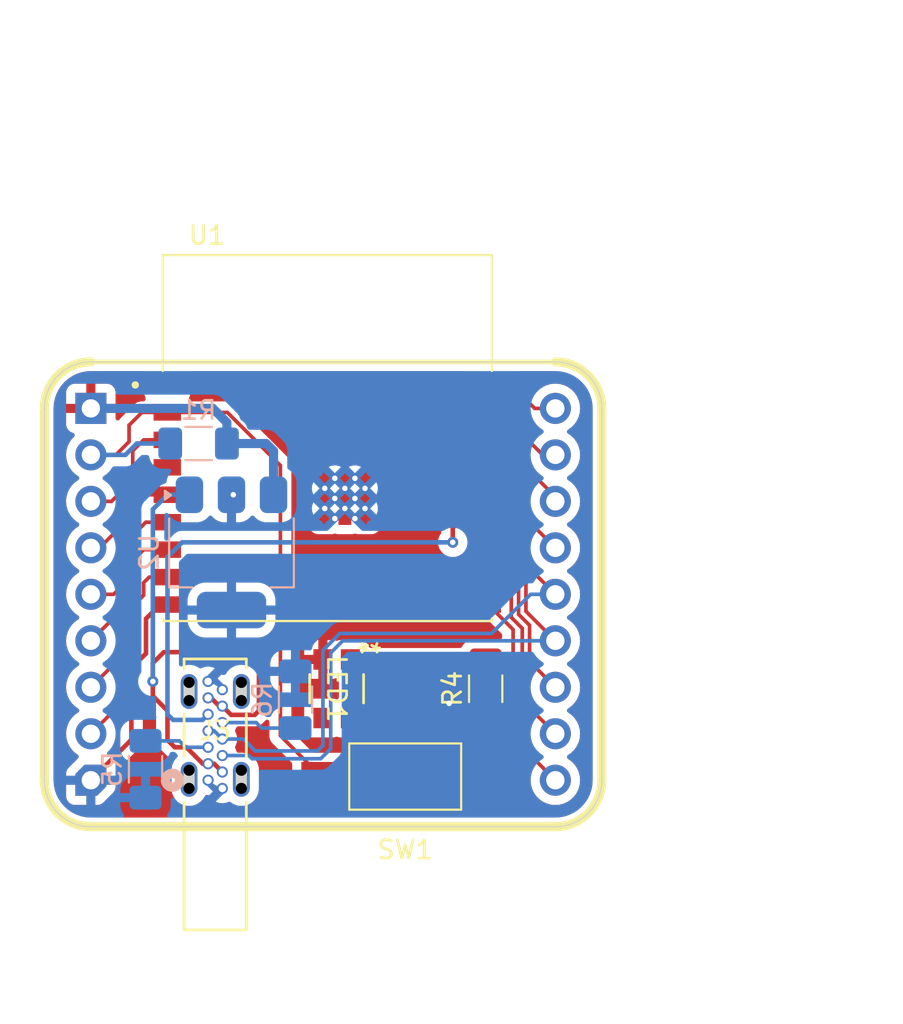
<source format=kicad_pcb>
(kicad_pcb (version 20240108) (generator "pcbnew") (generator_version "8.0")
  (layers (0 "F.Cu" signal) (1 "In1.Cu" signal "Layer 3") (2 "In2.Cu" mixed "Layer 4") (31 "B.Cu" signal) (34 "B.Paste" user) (35 "F.Paste" user) (36 "B.SilkS" user "B.Silkscreen") (37 "F.SilkS" user "F.Silkscreen") (38 "B.Mask" user) (39 "F.Mask" user) (44 "Edge.Cuts" user))
  (net 0 "")
  (net 1 "GPIO3")
  (net 2 "GND")
  (net 3 "GPIO2")
  (net 4 "GPIO1")
  (net 5 "GPIO0")
  (net 6 "GPIO4")
  (net 7 "VBUS")
  (net 8 "GPIO7")
  (net 9 "USB_D+")
  (net 10 "UART-RX")
  (net 11 "USB_D-")
  (net 12 "GPIO5")
  (net 13 "GPIO8")
  (net 14 "UART-TX")
  (net 15 "GPIO10")
  (net 16 "EN")
  (net 17 "GPIO9")
  (net 18 "3V3")
  (net 19 "GPIO6")
  (net 21 "Net-(LED1-GND-Pad1)")
  (net 22 "Net-(J3-CC2)")
  (net 23 "Net-(J3-CC1)")
  (footprint "Alexander Footprint Library:ESP32-C3-WROOM-02-H4" (layer "F.Cu") (at 156.94 61.1)
    (property "Reference" "U1" (at -6.575 -11.085 0) (layer "F.SilkS"))
    (property "Value" "ESP32-C3-WROOM-02-N4")
    (fp_line (start -9 -10) (end -9 -3.67) (stroke (width 0.127)) (layer "F.SilkS"))
    (fp_line (start -9 10) (end -9 9.87) (stroke (width 0.127)) (layer "F.SilkS"))
    (fp_line (start -9 10) (end 9 10) (stroke (width 0.127)) (layer "F.SilkS"))
    (fp_line (start 9 -10) (end -9 -10) (stroke (width 0.127)) (layer "F.SilkS"))
    (fp_line (start 9 -3.67) (end 9 -10) (stroke (width 0.127)) (layer "F.SilkS"))
    (fp_line (start 9 10) (end 9 9.87) (stroke (width 0.127)) (layer "F.SilkS"))
    (fp_circle (center -10.5 -2.9) (end -10.4 -2.9) (stroke (width 0.2)) (fill none) (layer "F.SilkS"))
    (pad "1" smd rect (at -8.75 -2.9) (size 1.5 0.9) (layers "F.Cu" "F.Paste" "F.Mask") (net 18 "3V3"))
    (pad "2" smd rect (at -8.75 -1.4) (size 1.5 0.9) (layers "F.Cu" "F.Paste" "F.Mask") (net 16 "EN"))
    (pad "3" smd rect (at -8.75 0.1) (size 1.5 0.9) (layers "F.Cu" "F.Paste" "F.Mask") (net 6 "GPIO4"))
    (pad "4" smd rect (at -8.75 1.6) (size 1.5 0.9) (layers "F.Cu" "F.Paste" "F.Mask") (net 12 "GPIO5"))
    (pad "5" smd rect (at -8.75 3.1) (size 1.5 0.9) (layers "F.Cu" "F.Paste" "F.Mask") (net 19 "GPIO6"))
    (pad "6" smd rect (at -8.75 4.6) (size 1.5 0.9) (layers "F.Cu" "F.Paste" "F.Mask") (net 8 "GPIO7"))
    (pad "7" smd rect (at -8.75 6.1) (size 1.5 0.9) (layers "F.Cu" "F.Paste" "F.Mask") (net 13 "GPIO8"))
    (pad "8" smd rect (at -8.75 7.6) (size 1.5 0.9) (layers "F.Cu" "F.Paste" "F.Mask") (net 17 "GPIO9"))
    (pad "9" smd rect (at -8.75 9.1) (size 1.5 0.9) (layers "F.Cu" "F.Paste" "F.Mask") (net 2 "GND"))
    (pad "10" smd rect (at 8.75 9.1) (size 1.5 0.9) (layers "F.Cu" "F.Paste" "F.Mask") (net 15 "GPIO10"))
    (pad "11" smd rect (at 8.75 7.6) (size 1.5 0.9) (layers "F.Cu" "F.Paste" "F.Mask") (net 10 "UART-RX"))
    (pad "12" smd rect (at 8.75 6.1) (size 1.5 0.9) (layers "F.Cu" "F.Paste" "F.Mask") (net 14 "UART-TX"))
    (pad "13" smd rect (at 8.75 4.6) (size 1.5 0.9) (layers "F.Cu" "F.Paste" "F.Mask") (net 11 "USB_D-"))
    (pad "14" smd rect (at 8.75 3.1) (size 1.5 0.9) (layers "F.Cu" "F.Paste" "F.Mask") (net 9 "USB_D+"))
    (pad "15" smd rect (at 8.75 1.6) (size 1.5 0.9) (layers "F.Cu" "F.Paste" "F.Mask") (net 1 "GPIO3"))
    (pad "16" smd rect (at 8.75 0.1) (size 1.5 0.9) (layers "F.Cu" "F.Paste" "F.Mask") (net 3 "GPIO2"))
    (pad "17" smd rect (at 8.75 -1.4) (size 1.5 0.9) (layers "F.Cu" "F.Paste" "F.Mask") (net 4 "GPIO1"))
    (pad "18" smd rect (at 8.75 -2.9) (size 1.5 0.9) (layers "F.Cu" "F.Paste" "F.Mask") (net 5 "GPIO0"))
    (pad "19" smd rect (at -0.14 2.2) (size 0.7 0.7) (layers "F.Cu" "F.Paste" "F.Mask") (net 2 "GND"))
    (pad "20" smd rect (at 0.96 2.2) (size 0.7 0.7) (layers "F.Cu" "F.Paste" "F.Mask") (net 2 "GND"))
    (pad "21" smd rect (at 2.06 2.2) (size 0.7 0.7) (layers "F.Cu" "F.Paste" "F.Mask") (net 2 "GND"))
    (pad "22" smd rect (at -0.14 3.3) (size 0.7 0.7) (layers "F.Cu" "F.Paste" "F.Mask") (net 2 "GND"))
    (pad "23" smd rect (at 0.96 3.3) (size 0.7 0.7) (layers "F.Cu" "F.Paste" "F.Mask") (net 2 "GND"))
    (pad "24" smd rect (at 2.06 3.3) (size 0.7 0.7) (layers "F.Cu" "F.Paste" "F.Mask") (net 2 "GND"))
    (pad "25" smd rect (at -0.14 4.4) (size 0.7 0.7) (layers "F.Cu" "F.Paste" "F.Mask") (net 2 "GND"))
    (pad "26" smd rect (at 0.96 4.4) (size 0.7 0.7) (layers "F.Cu" "F.Paste" "F.Mask") (net 2 "GND"))
    (pad "27" smd rect (at 2.06 4.4) (size 0.7 0.7) (layers "F.Cu" "F.Paste" "F.Mask") (net 2 "GND"))
    (pad "28" thru_hole circle (at 0.41 2.2) (size 0.4 0.4) (drill 0.3) (layers "*.Cu") (net 2 "GND"))
    (pad "29" thru_hole circle (at 1.51 2.2) (size 0.4 0.4) (drill 0.3) (layers "*.Cu") (net 2 "GND"))
    (pad "30" thru_hole circle (at -0.14 2.75) (size 0.4 0.4) (drill 0.3) (layers "*.Cu") (net 2 "GND"))
    (pad "31" thru_hole circle (at 0.96 2.75) (size 0.4 0.4) (drill 0.3) (layers "*.Cu") (net 2 "GND"))
    (pad "32" thru_hole circle (at 2.06 2.75) (size 0.4 0.4) (drill 0.3) (layers "*.Cu") (net 2 "GND"))
    (pad "33" thru_hole circle (at 0.41 3.3) (size 0.4 0.4) (drill 0.3) (layers "*.Cu") (net 2 "GND"))
    (pad "34" thru_hole circle (at 1.51 3.3) (size 0.4 0.4) (drill 0.3) (layers "*.Cu") (net 2 "GND"))
    (pad "35" thru_hole circle (at -0.14 3.85) (size 0.4 0.4) (drill 0.3) (layers "*.Cu") (net 2 "GND"))
    (pad "36" thru_hole circle (at 0.96 3.85) (size 0.4 0.4) (drill 0.3) (layers "*.Cu") (net 2 "GND"))
    (pad "37" thru_hole circle (at 2.06 3.85) (size 0.4 0.4) (drill 0.3) (layers "*.Cu") (net 2 "GND"))
    (pad "38" thru_hole circle (at 0.41 4.4) (size 0.4 0.4) (drill 0.3) (layers "*.Cu") (net 2 "GND"))
    (pad "39" thru_hole circle (at 1.51 4.4) (size 0.4 0.4) (drill 0.3) (layers "*.Cu") (net 2 "GND"))
    (zone (net 0) (net_name "") (layer "F.Cu") (connect_pads (clearance 0)) (min_thickness 0.01)
      (keepout (tracks not_allowed) (vias not_allowed) (pads not_allowed) (copperpour not_allowed) (footprints allowed))
      (fill (thermal_gap 0.508) (thermal_bridge_width 0.508))
      (polygon (pts (xy 147.94 51.1) (xy 165.94 51.1) (xy 165.94 57.1) (xy 147.94 57.1)))
    )
    (zone (net 0) (net_name "") (layer "B.Cu") (connect_pads (clearance 0)) (min_thickness 0.01)
      (keepout (tracks not_allowed) (vias not_allowed) (pads not_allowed) (copperpour not_allowed) (footprints allowed))
      (fill (thermal_gap 0.508) (thermal_bridge_width 0.508))
      (polygon (pts (xy 147.94 51.1) (xy 165.94 51.1) (xy 165.94 57.1) (xy 147.94 57.1)))
    )
  )
  (footprint "Alexander Footprint Library:B1552_HVK-M" (layer "F.Cu") (at 157.449999 74.8002 -90)
    (property "Reference" "LED1" (at 0 0 -90) (layer "F.SilkS"))
    (property "Value" "LED-RED-GREEN-B1552USUG20D")
    (fp_line (start -0.777373 1.4732) (end 0.777373 1.4732) (stroke (width 0.1524)) (layer "F.SilkS"))
    (fp_line (start -0.777373 -1.4732) (end 0.777373 -1.4732) (stroke (width 0.1524)) (layer "F.SilkS"))
    (fp_text user "*" (at -2.2352 -1.8041 -90) (layer "F.SilkS"))
    (fp_text user "*" (at -2.2352 -1.8041 90) (layer "F.SilkS"))
    (pad "1" smd rect (at -1.6002 -0.750001 270) (size 1.1176 1.0414) (layers "F.Cu" "F.Paste" "F.Mask") (net 21 "Net-(LED1-GND-Pad1)"))
    (pad "2" smd rect (at -1.6002 0.750001 270) (size 1.1176 1.0414) (layers "F.Cu" "F.Paste" "F.Mask") (net 18 "3V3"))
    (pad "3" smd rect (at 1.6002 0.750001 270) (size 1.1176 1.0414) (layers "F.Cu" "F.Paste" "F.Mask"))
    (pad "4" smd rect (at 1.6002 -0.750001 270) (size 1.1176 1.0414) (layers "F.Cu" "F.Paste" "F.Mask") (net 21 "Net-(LED1-GND-Pad1)"))
  )
  (footprint "Alexander Footprint Library:USB-C_KUSBX-SL-CS1N14-B_KYC" (layer "F.Cu") (at 150.419999 79.799999)
    (property "Reference" "J3" (at 0.39 -2.7 0) (layer "F.SilkS"))
    (property "Value" "USB-C_KUSBX-SL-CS1N14-B")
    (fp_circle (center -1.9468 0) (end -1.5658 0) (stroke (width 0.508)) (fill none) (layer "B.SilkS"))
    (fp_line (start -1.3118 -6.627) (end -1.3118 -6.087007) (stroke (width 0.1524)) (layer "F.SilkS"))
    (fp_line (start -1.3118 -3.612992) (end -1.3118 -1.287007) (stroke (width 0.1524)) (layer "F.SilkS"))
    (fp_line (start -1.3118 1.187007) (end -1.3118 8.1812) (stroke (width 0.1524)) (layer "F.SilkS"))
    (fp_line (start -1.3118 8.1812) (end 2.0918 8.1812) (stroke (width 0.1524)) (layer "F.SilkS"))
    (fp_line (start 2.0918 -6.627) (end -1.3118 -6.627) (stroke (width 0.1524)) (layer "F.SilkS"))
    (fp_line (start 2.0918 -6.087007) (end 2.0918 -6.627) (stroke (width 0.1524)) (layer "F.SilkS"))
    (fp_line (start 2.0918 -1.287007) (end 2.0918 -3.612992) (stroke (width 0.1524)) (layer "F.SilkS"))
    (fp_line (start 2.0918 8.1812) (end 2.0918 1.187007) (stroke (width 0.1524)) (layer "F.SilkS"))
    (fp_line (start -1.04 -4.354699) (end -1.04 -5.345299) (stroke (width 0.6096)) (layer "Edge.Cuts"))
    (fp_line (start -1.04 0.4453) (end -1.04 -0.5453) (stroke (width 0.6096)) (layer "Edge.Cuts"))
    (fp_line (start 1.82 -4.354699) (end 1.82 -5.345299) (stroke (width 0.6096)) (layer "Edge.Cuts"))
    (fp_line (start 1.82 0.4453) (end 1.82 -0.5453) (stroke (width 0.6096)) (layer "Edge.Cuts"))
    (pad "" np_thru_hole circle (at -1.04 -5.345299) (size 0.6096 0.6096) (drill 0.6096) (layers))
    (pad "" np_thru_hole circle (at -1.04 -4.354699) (size 0.6096 0.6096) (drill 0.6096) (layers))
    (pad "" np_thru_hole circle (at -1.04 -0.5453) (size 0.6096 0.6096) (drill 0.6096) (layers))
    (pad "" np_thru_hole circle (at -1.04 0.4453) (size 0.6096 0.6096) (drill 0.6096) (layers))
    (pad "" np_thru_hole circle (at 1.82 -5.345299) (size 0.6096 0.6096) (drill 0.6096) (layers))
    (pad "" np_thru_hole circle (at 1.82 -4.354699) (size 0.6096 0.6096) (drill 0.6096) (layers))
    (pad "" np_thru_hole circle (at 1.82 -0.5453) (size 0.6096 0.6096) (drill 0.6096) (layers))
    (pad "" np_thru_hole circle (at 1.82 0.4453) (size 0.6096 0.6096) (drill 0.6096) (layers))
    (pad "A1" thru_hole circle (at 0 0) (size 0.6096 0.6096) (drill 0.4064) (layers "*.Cu" "*.Mask") (net 2 "GND"))
    (pad "A4" thru_hole circle (at 0 -0.900001) (size 0.6096 0.6096) (drill 0.4064) (layers "*.Cu" "*.Mask") (net 7 "VBUS"))
    (pad "A5" thru_hole circle (at 0 -1.799999) (size 0.6096 0.6096) (drill 0.4064) (layers "*.Cu" "*.Mask") (net 23 "Net-(J3-CC1)"))
    (pad "A6" thru_hole circle (at 0 -2.7) (size 0.6096 0.6096) (drill 0.4064) (layers "*.Cu" "*.Mask") (net 9 "USB_D+"))
    (pad "A7" thru_hole circle (at 0 -3.6) (size 0.6096 0.6096) (drill 0.4064) (layers "*.Cu" "*.Mask") (net 11 "USB_D-"))
    (pad "A9" thru_hole circle (at 0 -4.499999) (size 0.6096 0.6096) (drill 0.4064) (layers "*.Cu" "*.Mask") (net 7 "VBUS"))
    (pad "A12" thru_hole circle (at 0 -5.399999) (size 0.6096 0.6096) (drill 0.4064) (layers "*.Cu" "*.Mask") (net 2 "GND"))
    (pad "B1" thru_hole circle (at 0.780001 -4.949999) (size 0.6096 0.6096) (drill 0.4064) (layers "*.Cu" "*.Mask") (net 2 "GND"))
    (pad "B4" thru_hole circle (at 0.780001 -4.049999) (size 0.6096 0.6096) (drill 0.4064) (layers "*.Cu" "*.Mask") (net 7 "VBUS"))
    (pad "B5" thru_hole circle (at 0.780001 -3.149999) (size 0.6096 0.6096) (drill 0.4064) (layers "*.Cu" "*.Mask") (net 22 "Net-(J3-CC2)"))
    (pad "B6" thru_hole circle (at 0.780001 -2.249999) (size 0.6096 0.6096) (drill 0.4064) (layers "*.Cu" "*.Mask") (net 9 "USB_D+"))
    (pad "B7" thru_hole circle (at 0.780001 -1.349999) (size 0.6096 0.6096) (drill 0.4064) (layers "*.Cu" "*.Mask") (net 11 "USB_D-"))
    (pad "B9" thru_hole circle (at 0.780001 -0.449999) (size 0.6096 0.6096) (drill 0.4064) (layers "*.Cu" "*.Mask") (net 7 "VBUS"))
    (pad "B12" thru_hole circle (at 0.780001 0.450001) (size 0.6096 0.6096) (drill 0.4064) (layers "*.Cu" "*.Mask") (net 2 "GND"))
    (pad "S_1" thru_hole oval (at -1.04 -0.05 90) (size 1.905 0.9144) (drill 0.0254) (layers "*.Cu" "*.Mask"))
    (pad "S_2" thru_hole oval (at 1.82 -0.05 90) (size 1.905 0.9144) (drill 0.0254) (layers "*.Cu" "*.Mask"))
    (pad "S_3" thru_hole oval (at -1.04 -4.849999 90) (size 1.905 0.9144) (drill 0.0254) (layers "*.Cu" "*.Mask"))
    (pad "S_4" thru_hole oval (at 1.82 -4.849999 90) (size 1.905 0.9144) (drill 0.0254) (layers "*.Cu" "*.Mask"))
  )
  (footprint "Alexander Footprint Library:SW_SPST_6x3" (layer "F.Cu") (at 161.2 79.6 180)
    (property "Reference" "SW1" (at 0 -4 0) (layer "F.SilkS"))
    (property "Value" "SW_Push")
    (fp_line (start 3.06 1.81) (end -3.06 1.81) (stroke (width 0.12)) (layer "F.SilkS"))
    (fp_line (start 3.06 -1.81) (end 3.06 1.81) (stroke (width 0.12)) (layer "F.SilkS"))
    (fp_line (start -3.06 1.81) (end -3.06 -1.81) (stroke (width 0.12)) (layer "F.SilkS"))
    (fp_line (start -3.06 -1.81) (end 3.06 -1.81) (stroke (width 0.12)) (layer "F.SilkS"))
    (pad "1" smd rect (at -4.59 0 180) (size 2.18 1.6) (layers "F.Cu" "F.Paste" "F.Mask") (net 2 "GND"))
    (pad "2" smd rect (at 4.59 0 180) (size 2.18 1.6) (layers "F.Cu" "F.Paste" "F.Mask") (net 16 "EN"))
  )
  (footprint "Alexander Footprint Library:Conn_ESP32-C3-WROOM-02" (layer "F.Cu") (at 159.25 64.56)
    (property "Reference" "J2" (hide yes))
    (property "Value" "~")
    (fp_line (start -17.78 -5.08) (end -17.78 15.24) (stroke (width 0.5)) (layer "F.SilkS"))
    (fp_line (start -15.24 -7.62) (end 10.16 -7.62) (stroke (width 0.25)) (layer "F.SilkS"))
    (fp_line (start -15.24 17.78) (end 10.16 17.78) (stroke (width 0.5)) (layer "F.SilkS"))
    (fp_line (start 12.7 -5.08) (end 12.7 15.24) (stroke (width 0.5)) (layer "F.SilkS"))
    (fp_arc (start -17.78 -5.08) (mid -17.036051 -6.876051) (end -15.24 -7.62) (stroke (width 0.5)) (layer "F.SilkS"))
    (fp_arc (start -15.24 17.78) (mid -17.036051 17.036051) (end -17.78 15.24) (stroke (width 0.5)) (layer "F.SilkS"))
    (fp_arc (start 10.16 -7.62) (mid 11.956051 -6.876051) (end 12.7 -5.08) (stroke (width 0.5)) (layer "F.SilkS"))
    (fp_arc (start 12.7 15.24) (mid 11.956051 17.036051) (end 10.16 17.78) (stroke (width 0.5)) (layer "F.SilkS"))
    (fp_line (start -17.78 15.24) (end -17.78 -5.08) (stroke (width 0.05)) (layer "Edge.Cuts"))
    (fp_line (start -15.24 -7.62) (end 10.16 -7.62) (stroke (width 0.05)) (layer "Edge.Cuts"))
    (fp_line (start 10.16 17.78) (end -15.24 17.78) (stroke (width 0.05)) (layer "Edge.Cuts"))
    (fp_line (start 12.7 -5.08) (end 12.7 15.24) (stroke (width 0.05)) (layer "Edge.Cuts"))
    (fp_arc (start -17.78 -5.08) (mid -17.036051 -6.876051) (end -15.24 -7.62) (stroke (width 0.05)) (layer "Edge.Cuts"))
    (fp_arc (start -15.24 17.78) (mid -17.036051 17.036051) (end -17.78 15.24) (stroke (width 0.05)) (layer "Edge.Cuts"))
    (fp_arc (start 10.16 -7.62) (mid 11.956051 -6.876051) (end 12.7 -5.08) (stroke (width 0.05)) (layer "Edge.Cuts"))
    (fp_arc (start 12.7 15.24) (mid 11.956051 17.036051) (end 10.16 17.78) (stroke (width 0.05)) (layer "Edge.Cuts"))
    (pad "1" thru_hole rect (at -15.24 -5.08) (size 1.7 1.7) (drill 1) (layers "*.Cu" "*.Mask") (net 18 "3V3"))
    (pad "2" thru_hole circle (at -15.24 -2.54) (size 1.7 1.7) (drill 1) (layers "*.Cu" "*.Mask") (net 16 "EN"))
    (pad "3" thru_hole circle (at -15.24 0) (size 1.7 1.7) (drill 1) (layers "*.Cu" "*.Mask") (net 6 "GPIO4"))
    (pad "4" thru_hole circle (at -15.24 2.54) (size 1.7 1.7) (drill 1) (layers "*.Cu" "*.Mask") (net 12 "GPIO5"))
    (pad "5" thru_hole circle (at -15.24 5.08) (size 1.7 1.7) (drill 1) (layers "*.Cu" "*.Mask") (net 19 "GPIO6"))
    (pad "6" thru_hole circle (at -15.24 7.62) (size 1.7 1.7) (drill 1) (layers "*.Cu" "*.Mask") (net 8 "GPIO7"))
    (pad "7" thru_hole circle (at -15.24 10.16) (size 1.7 1.7) (drill 1) (layers "*.Cu" "*.Mask") (net 13 "GPIO8"))
    (pad "8" thru_hole circle (at -15.24 12.7) (size 1.7 1.7) (drill 1) (layers "*.Cu" "*.Mask") (net 17 "GPIO9"))
    (pad "9" thru_hole roundrect (at -15.24 15.24) (size 1.7 1.7) (drill 1) (layers "*.Cu" "*.Mask") (roundrect_rratio 0) (chamfer_ratio 0.3) (chamfer top_left bottom_right) (net 2 "GND"))
    (pad "10" thru_hole circle (at 10.16 15.24) (size 1.7 1.7) (drill 1) (layers "*.Cu" "*.Mask") (net 15 "GPIO10"))
    (pad "11" thru_hole circle (at 10.16 12.7) (size 1.7 1.7) (drill 1) (layers "*.Cu" "*.Mask") (net 10 "UART-RX"))
    (pad "12" thru_hole circle (at 10.16 10.16) (size 1.7 1.7) (drill 1) (layers "*.Cu" "*.Mask") (net 14 "UART-TX"))
    (pad "13" thru_hole circle (at 10.16 7.62) (size 1.7 1.7) (drill 1) (layers "*.Cu" "*.Mask") (net 11 "USB_D-"))
    (pad "14" thru_hole circle (at 10.16 5.08) (size 1.7 1.7) (drill 1) (layers "*.Cu" "*.Mask") (net 9 "USB_D+"))
    (pad "15" thru_hole circle (at 10.16 2.54) (size 1.7 1.7) (drill 1) (layers "*.Cu" "*.Mask") (net 1 "GPIO3"))
    (pad "16" thru_hole circle (at 10.16 0) (size 1.7 1.7) (drill 1) (layers "*.Cu" "*.Mask") (net 3 "GPIO2"))
    (pad "17" thru_hole circle (at 10.16 -2.54) (size 1.7 1.7) (drill 1) (layers "*.Cu" "*.Mask") (net 4 "GPIO1"))
    (pad "18" thru_hole circle (at 10.16 -5.08) (size 1.7 1.7) (drill 1) (layers "*.Cu" "*.Mask") (net 5 "GPIO0"))
  )
  (footprint "Resistor_SMD:R_1206_3216Metric_Pad1.30x1.75mm_HandSolder" (layer "F.Cu") (at 165.6 74.8 90)
    (property "Reference" "R4" (at 0 -1.82 90) (layer "F.SilkS"))
    (property "Value" "5k1")
    (fp_line (start -0.727064 -0.91) (end 0.727064 -0.91) (stroke (width 0.12)) (layer "F.SilkS"))
    (fp_line (start -0.727064 0.91) (end 0.727064 0.91) (stroke (width 0.12)) (layer "F.SilkS"))
    (pad "1" smd roundrect (at -1.55 0 90) (size 1.3 1.75) (layers "F.Cu" "F.Paste" "F.Mask") (roundrect_rratio 0.192308) (net 2 "GND"))
    (pad "2" smd roundrect (at 1.55 0 90) (size 1.3 1.75) (layers "F.Cu" "F.Paste" "F.Mask") (roundrect_rratio 0.192308) (net 21 "Net-(LED1-GND-Pad1)"))
  )
  (footprint "Package_TO_SOT_SMD:SOT-223-3_TabPin2" (layer "B.Cu") (at 151.7 67.35 -90)
    (property "Reference" "U2" (at 0 4.5 90) (layer "B.SilkS") (effects (justify mirror)))
    (property "Value" "AMS1117-3V3")
    (fp_line (start 1.91 3.41) (end -1.85 3.41) (stroke (width 0.12)) (layer "B.SilkS"))
    (fp_line (start 1.91 2.15) (end 1.91 3.41) (stroke (width 0.12)) (layer "B.SilkS"))
    (fp_line (start 1.91 -2.15) (end 1.91 -3.41) (stroke (width 0.12)) (layer "B.SilkS"))
    (fp_line (start 1.91 -3.41) (end -1.85 -3.41) (stroke (width 0.12)) (layer "B.SilkS"))
    (fp_poly (pts (xy -3.13 3.31) (xy -3.37 3.64) (xy -2.89 3.64) (xy -3.13 3.31)) (stroke (width 0.12)) (fill solid) (layer "B.SilkS"))
    (pad "1" smd roundrect (at -3.15 2.3 270) (size 2 1.5) (layers "B.Cu" "B.Paste" "B.Mask") (net 7 "VBUS"))
    (pad "2" smd roundrect (at -3.15 0 270) (size 2 1.5) (layers "B.Cu" "B.Paste" "B.Mask") (net 2 "GND"))
    (pad "2" smd roundrect (at 3.15 0 270) (size 2 3.8) (layers "B.Cu" "B.Paste" "B.Mask") (net 2 "GND"))
    (pad "3" smd roundrect (at -3.15 -2.3 270) (size 2 1.5) (layers "B.Cu" "B.Paste" "B.Mask") (net 18 "3V3"))
  )
  (footprint "Resistor_SMD:R_1206_3216Metric_Pad1.30x1.75mm_HandSolder" (layer "B.Cu") (at 149.9 61.4 180)
    (property "Reference" "R1" (at 0 1.82 0) (layer "B.SilkS") (effects (justify mirror)))
    (property "Value" "10k")
    (fp_line (start 0.727064 0.91) (end -0.727064 0.91) (stroke (width 0.12)) (layer "B.SilkS"))
    (fp_line (start 0.727064 -0.91) (end -0.727064 -0.91) (stroke (width 0.12)) (layer "B.SilkS"))
    (pad "1" smd roundrect (at -1.55 0 180) (size 1.3 1.75) (layers "B.Cu" "B.Paste" "B.Mask") (roundrect_rratio 0.192308) (net 18 "3V3"))
    (pad "2" smd roundrect (at 1.55 0 180) (size 1.3 1.75) (layers "B.Cu" "B.Paste" "B.Mask") (roundrect_rratio 0.192308) (net 16 "EN"))
  )
  (footprint "Resistor_SMD:R_1206_3216Metric_Pad1.30x1.75mm_HandSolder" (layer "B.Cu") (at 147 79.2 -90)
    (property "Reference" "R5" (at 0 1.82 90) (layer "B.SilkS") (effects (justify mirror)))
    (property "Value" "5k1")
    (fp_line (start 0.727064 0.91) (end -0.727064 0.91) (stroke (width 0.12)) (layer "B.SilkS"))
    (fp_line (start 0.727064 -0.91) (end -0.727064 -0.91) (stroke (width 0.12)) (layer "B.SilkS"))
    (pad "1" smd roundrect (at -1.55 0 270) (size 1.3 1.75) (layers "B.Cu" "B.Paste" "B.Mask") (roundrect_rratio 0.192308) (net 23 "Net-(J3-CC1)"))
    (pad "2" smd roundrect (at 1.55 0 270) (size 1.3 1.75) (layers "B.Cu" "B.Paste" "B.Mask") (roundrect_rratio 0.192308) (net 2 "GND"))
  )
  (footprint "Resistor_SMD:R_1206_3216Metric_Pad1.30x1.75mm_HandSolder" (layer "B.Cu") (at 155.2 75.4 -90)
    (property "Reference" "R6" (at 0 1.82 90) (layer "B.SilkS") (effects (justify mirror)))
    (property "Value" "5k1")
    (fp_line (start 0.727064 0.91) (end -0.727064 0.91) (stroke (width 0.12)) (layer "B.SilkS"))
    (fp_line (start 0.727064 -0.91) (end -0.727064 -0.91) (stroke (width 0.12)) (layer "B.SilkS"))
    (pad "1" smd roundrect (at -1.55 0 270) (size 1.3 1.75) (layers "B.Cu" "B.Paste" "B.Mask") (roundrect_rratio 0.192308) (net 2 "GND"))
    (pad "2" smd roundrect (at 1.55 0 270) (size 1.3 1.75) (layers "B.Cu" "B.Paste" "B.Mask") (roundrect_rratio 0.192308) (net 22 "Net-(J3-CC2)"))
  )
  (segment (start 167.2 62.7) (end 167.8 63.3) (width 0.2) (layer "F.Cu") (net 1))
  (segment (start 165.69 62.7) (end 167.2 62.7) (width 0.2) (layer "F.Cu") (net 1))
  (segment (start 167.8 63.3) (end 167.8 65.49) (width 0.2) (layer "F.Cu") (net 1))
  (segment (start 167.8 65.49) (end 169.41 67.1) (width 0.2) (layer "F.Cu") (net 1))
  (segment (start 147.025 70.975) (end 147.025 72.871726) (width 0.25) (layer "F.Cu") (net 2))
  (segment (start 165.79 79.6) (end 165.79 76.54) (width 0.25) (layer "F.Cu") (net 2))
  (segment (start 148.19 70.2) (end 147.8 70.2) (width 0.25) (layer "F.Cu") (net 2))
  (segment (start 147.025 72.871726) (end 146.225 73.671726) (width 0.25) (layer "F.Cu") (net 2))
  (segment (start 165.55 79.36) (end 165.79 79.6) (width 0.25) (layer "F.Cu") (net 2))
  (segment (start 146.225 77.585) (end 144.01 79.8) (width 0.25) (layer "F.Cu") (net 2))
  (segment (start 165.79 76.54) (end 165.6 76.35) (width 0.25) (layer "F.Cu") (net 2))
  (segment (start 147.8 70.2) (end 147.025 70.975) (width 0.25) (layer "F.Cu") (net 2))
  (segment (start 164.35 76.35) (end 163.6 75.6) (width 0.25) (layer "F.Cu") (net 2))
  (segment (start 165.6 76.35) (end 164.35 76.35) (width 0.25) (layer "F.Cu") (net 2))
  (segment (start 146.225 73.671726) (end 146.225 77.585) (width 0.25) (layer "F.Cu") (net 2))
  (via (at 163.6 75.6) (size 0.6) (drill 0.3) (layers "F.Cu" "B.Cu") (net 2))
  (via (at 151.8 64.2) (size 0.6) (drill 0.3) (layers "F.Cu" "B.Cu") (net 2))
  (segment (start 151.7 64.2) (end 151.8 64.2) (width 0.5) (layer "B.Cu") (net 2))
  (segment (start 150.87 80.25) (end 151.2 80.25) (width 0.25) (layer "B.Cu") (net 2))
  (segment (start 165.69 61.2) (end 166.3 61.2) (width 0.2) (layer "F.Cu") (net 3))
  (segment (start 166.3 61.2) (end 169.41 64.31) (width 0.2) (layer "F.Cu") (net 3))
  (segment (start 169.41 64.31) (end 169.41 64.56) (width 0.2) (layer "F.Cu") (net 3))
  (segment (start 165.69 59.7) (end 166.4 59.7) (width 0.2) (layer "F.Cu") (net 4))
  (segment (start 166.4 59.7) (end 168.72 62.02) (width 0.2) (layer "F.Cu") (net 4))
  (segment (start 168.72 62.02) (end 169.41 62.02) (width 0.2) (layer "F.Cu") (net 4))
  (segment (start 168.28 59.48) (end 167 58.2) (width 0.2) (layer "F.Cu") (net 5))
  (segment (start 167 58.2) (end 165.69 58.2) (width 0.2) (layer "F.Cu") (net 5))
  (segment (start 169.41 59.48) (end 168.28 59.48) (width 0.2) (layer "F.Cu") (net 5))
  (segment (start 148.19 61.2) (end 146.9 61.2) (width 0.2) (layer "F.Cu") (net 6))
  (segment (start 146.9 61.2) (end 146.3 61.8) (width 0.2) (layer "F.Cu") (net 6))
  (segment (start 146.3 63.4) (end 145.14 64.56) (width 0.2) (layer "F.Cu") (net 6))
  (segment (start 146.3 61.8) (end 146.3 63.4) (width 0.2) (layer "F.Cu") (net 6))
  (segment (start 145.14 64.56) (end 144.01 64.56) (width 0.2) (layer "F.Cu") (net 6))
  (segment (start 150.582551 75.3) (end 151.032551 75.75) (width 0.25) (layer "F.Cu") (net 7))
  (segment (start 147.4 75.2) (end 148.2 76) (width 0.25) (layer "F.Cu") (net 7))
  (segment (start 151.6775 76.2275) (end 151.2 75.75) (width 0.25) (layer "F.Cu") (net 7))
  (segment (start 152.8 72.8) (end 153.2 73.2) (width 0.25) (layer "F.Cu") (net 7))
  (segment (start 153.2 73.2) (end 153.2 76) (width 0.25) (layer "F.Cu") (net 7))
  (segment (start 150.749998 78.899998) (end 150.419999 78.899998) (width 0.25) (layer "F.Cu") (net 7))
  (segment (start 148 72.8) (end 152.8 72.8) (width 0.25) (layer "F.Cu") (net 7))
  (segment (start 152.9725 76.2275) (end 151.6775 76.2275) (width 0.25) (layer "F.Cu") (net 7))
  (segment (start 148.2 76) (end 148.2 77.6) (width 0.25) (layer "F.Cu") (net 7))
  (segment (start 153.2 76) (end 152.9725 76.2275) (width 0.25) (layer "F.Cu") (net 7))
  (segment (start 151.032551 75.75) (end 151.2 75.75) (width 0.25) (layer "F.Cu") (net 7))
  (segment (start 147.4 74.4) (end 147.4 73.4) (width 0.25) (layer "F.Cu") (net 7))
  (segment (start 149.231498 78) (end 150.131496 78.899998) (width 0.25) (layer "F.Cu") (net 7))
  (segment (start 148.2 77.6) (end 148.6 78) (width 0.25) (layer "F.Cu") (net 7))
  (segment (start 150.131496 78.899998) (end 150.429325 78.899998) (width 0.25) (layer "F.Cu") (net 7))
  (segment (start 147.4 73.4) (end 148 72.8) (width 0.25) (layer "F.Cu") (net 7))
  (segment (start 150.749998 78.899998) (end 151.2 79.35) (width 0.25) (layer "F.Cu") (net 7))
  (segment (start 147.4 74.4) (end 147.4 75.2) (width 0.25) (layer "F.Cu") (net 7))
  (segment (start 148.6 78) (end 149.231498 78) (width 0.25) (layer "F.Cu") (net 7))
  (segment (start 150.419999 78.899998) (end 150.6 78.899998) (width 0.25) (layer "F.Cu") (net 7))
  (via (at 147.4 74.4) (size 0.6) (drill 0.3) (layers "F.Cu" "B.Cu") (net 7))
  (segment (start 148.2 64.2) (end 149.4 64.2) (width 0.25) (layer "B.Cu") (net 7))
  (segment (start 147.4 65) (end 148.2 64.2) (width 0.25) (layer "B.Cu") (net 7))
  (segment (start 147.4 74.4) (end 147.4 65) (width 0.25) (layer "B.Cu") (net 7))
  (segment (start 148.19 65.7) (end 147.015686 65.7) (width 0.2) (layer "F.Cu") (net 8))
  (segment (start 146.1 66.615686) (end 146.1 69.358628) (width 0.2) (layer "F.Cu") (net 8))
  (segment (start 146.1 69.358628) (end 145.8 69.658628) (width 0.2) (layer "F.Cu") (net 8))
  (segment (start 145.8 69.658628) (end 145.8 70.39) (width 0.2) (layer "F.Cu") (net 8))
  (segment (start 147.015686 65.7) (end 146.1 66.615686) (width 0.2) (layer "F.Cu") (net 8))
  (segment (start 145.8 70.39) (end 144.01 72.18) (width 0.2) (layer "F.Cu") (net 8))
  (segment (start 167.8 66.055686) (end 167.8 68.03) (width 0.2) (layer "F.Cu") (net 9))
  (segment (start 165.69 64.2) (end 167.1 64.2) (width 0.2) (layer "F.Cu") (net 9))
  (segment (start 167.8 68.03) (end 169.41 69.64) (width 0.2) (layer "F.Cu") (net 9))
  (segment (start 167.4 64.5) (end 167.4 65.655686) (width 0.2) (layer "F.Cu") (net 9))
  (segment (start 167.1 64.2) (end 167.4 64.5) (width 0.2) (layer "F.Cu") (net 9))
  (segment (start 167.4 65.655686) (end 167.8 66.055686) (width 0.2) (layer "F.Cu") (net 9))
  (segment (start 150.749999 77.099999) (end 151.2 77.55) (width 0.2) (layer "B.Cu") (net 9))
  (segment (start 165.92 71.78) (end 168.06 69.64) (width 0.2) (layer "B.Cu") (net 9))
  (segment (start 153 78.2) (end 156.4 78.2) (width 0.2) (layer "B.Cu") (net 9))
  (segment (start 156.4 78.2) (end 156.7 77.9) (width 0.2) (layer "B.Cu") (net 9))
  (segment (start 156.7 72.7) (end 157.62 71.78) (width 0.2) (layer "B.Cu") (net 9))
  (segment (start 151.2 77.55) (end 152.35 77.55) (width 0.2) (layer "B.Cu") (net 9))
  (segment (start 157.62 71.78) (end 165.92 71.78) (width 0.2) (layer "B.Cu") (net 9))
  (segment (start 156.7 77.9) (end 156.7 72.7) (width 0.2) (layer "B.Cu") (net 9))
  (segment (start 152.35 77.55) (end 153 78.2) (width 0.2) (layer "B.Cu") (net 9))
  (segment (start 150.419999 77.099999) (end 150.749999 77.099999) (width 0.2) (layer "B.Cu") (net 9))
  (segment (start 168.06 69.64) (end 169.41 69.64) (width 0.2) (layer "B.Cu") (net 9))
  (segment (start 167 69.71) (end 167 70.901372) (width 0.2) (layer "F.Cu") (net 10))
  (segment (start 167.6 71.501372) (end 167.6 75.45) (width 0.2) (layer "F.Cu") (net 10))
  (segment (start 165.99 68.7) (end 167 69.71) (width 0.2) (layer "F.Cu") (net 10))
  (segment (start 165.69 68.7) (end 165.99 68.7) (width 0.2) (layer "F.Cu") (net 10))
  (segment (start 167 70.901372) (end 167.6 71.501372) (width 0.2) (layer "F.Cu") (net 10))
  (segment (start 167.6 75.45) (end 169.41 77.26) (width 0.2) (layer "F.Cu") (net 10))
  (segment (start 164.1 65.7) (end 165.69 65.7) (width 0.25) (layer "F.Cu") (net 11))
  (segment (start 167.4 67.11) (end 167.4 68.195686) (width 0.2) (layer "F.Cu") (net 11))
  (segment (start 167.4 68.195686) (end 167.8 68.595686) (width 0.2) (layer "F.Cu") (net 11))
  (segment (start 163.8 66.8) (end 163.8 66) (width 0.25) (layer "F.Cu") (net 11))
  (segment (start 165.69 65.7) (end 165.99 65.7) (width 0.2) (layer "F.Cu") (net 11))
  (segment (start 167.8 68.595686) (end 167.8 70.57) (width 0.2) (layer "F.Cu") (net 11))
  (segment (start 165.99 65.7) (end 167.4 67.11) (width 0.2) (layer "F.Cu") (net 11))
  (segment (start 167.8 70.57) (end 169.41 72.18) (width 0.2) (layer "F.Cu") (net 11))
  (segment (start 163.8 66) (end 164.1 65.7) (width 0.25) (layer "F.Cu") (net 11))
  (via (at 163.8 66.8) (size 0.6) (drill 0.3) (layers "F.Cu" "B.Cu") (net 11))
  (segment (start 157.125 78.076041) (end 157.125 72.840686) (width 0.2) (layer "B.Cu") (net 11))
  (segment (start 148.504799 76.504799) (end 150.115199 76.504799) (width 0.25) (layer "B.Cu") (net 11))
  (segment (start 148.2 67.6) (end 148.2 76.2) (width 0.25) (layer "B.Cu") (net 11))
  (segment (start 148.2 76.2) (end 148.504799 76.504799) (width 0.25) (layer "B.Cu") (net 11))
  (segment (start 151.2 78.45) (end 152.648959 78.45) (width 0.2) (layer "B.Cu") (net 11))
  (segment (start 156.576041 78.625) (end 157.125 78.076041) (width 0.2) (layer "B.Cu") (net 11))
  (segment (start 157.785686 72.18) (end 169.41 72.18) (width 0.2) (layer "B.Cu") (net 11))
  (segment (start 163.8 66.8) (end 149 66.8) (width 0.25) (layer "B.Cu") (net 11))
  (segment (start 152.823959 78.625) (end 156.576041 78.625) (width 0.2) (layer "B.Cu") (net 11))
  (segment (start 150.115199 76.504799) (end 150.419999 76.199999) (width 0.25) (layer "B.Cu") (net 11))
  (segment (start 152.648959 78.45) (end 152.823959 78.625) (width 0.2) (layer "B.Cu") (net 11))
  (segment (start 157.125 72.840686) (end 157.785686 72.18) (width 0.2) (layer "B.Cu") (net 11))
  (segment (start 149 66.8) (end 148.2 67.6) (width 0.25) (layer "B.Cu") (net 11))
  (segment (start 148.19 62.7) (end 147.1 62.7) (width 0.2) (layer "F.Cu") (net 12))
  (segment (start 145.8 65.784314) (end 144.484314 67.1) (width 0.2) (layer "F.Cu") (net 12))
  (segment (start 146.7 63.1) (end 146.7 63.565686) (width 0.2) (layer "F.Cu") (net 12))
  (segment (start 146.7 63.565686) (end 145.8 64.465686) (width 0.2) (layer "F.Cu") (net 12))
  (segment (start 145.8 64.465686) (end 145.8 65.784314) (width 0.2) (layer "F.Cu") (net 12))
  (segment (start 144.484314 67.1) (end 144.01 67.1) (width 0.2) (layer "F.Cu") (net 12))
  (segment (start 147.1 62.7) (end 146.7 63.1) (width 0.2) (layer "F.Cu") (net 12))
  (segment (start 146.5 67.6) (end 146.499999 69.524314) (width 0.2) (layer "F.Cu") (net 13))
  (segment (start 148.19 67.2) (end 146.9 67.2) (width 0.2) (layer "F.Cu") (net 13))
  (segment (start 146.499999 69.524314) (end 146.2 69.824313) (width 0.2) (layer "F.Cu") (net 13))
  (segment (start 146.9 67.2) (end 146.5 67.6) (width 0.2) (layer "F.Cu") (net 13))
  (segment (start 146.2 69.824313) (end 146.2 72.53) (width 0.2) (layer "F.Cu") (net 13))
  (segment (start 146.2 72.53) (end 144.01 74.72) (width 0.2) (layer "F.Cu") (net 13))
  (segment (start 167.4 68.761372) (end 167.4 70.735686) (width 0.2) (layer "F.Cu") (net 14))
  (segment (start 167.4 70.735686) (end 168 71.335686) (width 0.2) (layer "F.Cu") (net 14))
  (segment (start 165.69 67.2) (end 166.3 67.2) (width 0.2) (layer "F.Cu") (net 14))
  (segment (start 167 68.361372) (end 167.4 68.761372) (width 0.2) (layer "F.Cu") (net 14))
  (segment (start 168 71.335686) (end 168 73.31) (width 0.2) (layer "F.Cu") (net 14))
  (segment (start 167 67.9) (end 167 68.361372) (width 0.2) (layer "F.Cu") (net 14))
  (segment (start 166.3 67.2) (end 167 67.9) (width 0.2) (layer "F.Cu") (net 14))
  (segment (start 168 73.31) (end 169.41 74.72) (width 0.2) (layer "F.Cu") (net 14))
  (segment (start 167.9 76.315686) (end 167.9 78.29) (width 0.2) (layer "F.Cu") (net 15))
  (segment (start 165.732942 70.2) (end 167.1 71.567058) (width 0.2) (layer "F.Cu") (net 15))
  (segment (start 167.9 78.29) (end 169.41 79.8) (width 0.2) (layer "F.Cu") (net 15))
  (segment (start 165.69 70.2) (end 165.732942 70.2) (width 0.2) (layer "F.Cu") (net 15))
  (segment (start 167.1 71.567058) (end 167.1 75.515686) (width 0.2) (layer "F.Cu") (net 15))
  (segment (start 167.1 75.515686) (end 167.9 76.315686) (width 0.2) (layer "F.Cu") (net 15))
  (segment (start 151.475 59.7) (end 148.19 59.7) (width 0.2) (layer "F.Cu") (net 16))
  (segment (start 154.375 62.6) (end 151.475 59.7) (width 0.2) (layer "F.Cu") (net 16))
  (segment (start 146.8 59.7) (end 146.1 60.4) (width 0.2) (layer "F.Cu") (net 16))
  (segment (start 145.38 62.02) (end 144.01 62.02) (width 0.2) (layer "F.Cu") (net 16))
  (segment (start 154.375 77.365) (end 154.375 62.6) (width 0.2) (layer "F.Cu") (net 16))
  (segment (start 156.61 79.6) (end 154.375 77.365) (width 0.2) (layer "F.Cu") (net 16))
  (segment (start 146.1 60.4) (end 146.1 61.3) (width 0.2) (layer "F.Cu") (net 16))
  (segment (start 148.19 59.7) (end 146.8 59.7) (width 0.2) (layer "F.Cu") (net 16))
  (segment (start 146.1 61.3) (end 145.38 62.02) (width 0.2) (layer "F.Cu") (net 16))
  (segment (start 148.35 61.4) (end 146.52 61.4) (width 0.25) (layer "B.Cu") (net 16))
  (segment (start 144.01 62.02) (end 145.9 62.02) (width 0.25) (layer "B.Cu") (net 16))
  (segment (start 146.52 61.4) (end 145.9 62.02) (width 0.25) (layer "B.Cu") (net 16))
  (segment (start 148.19 68.7) (end 147.2 68.7) (width 0.2) (layer "F.Cu") (net 17))
  (segment (start 145.8 75.47) (end 144.01 77.26) (width 0.2) (layer "F.Cu") (net 17))
  (segment (start 146.6 72.695686) (end 145.8 73.495686) (width 0.2) (layer "F.Cu") (net 17))
  (segment (start 147.2 68.7) (end 146.9 69) (width 0.2) (layer "F.Cu") (net 17))
  (segment (start 146.9 69) (end 146.9 69.69) (width 0.2) (layer "F.Cu") (net 17))
  (segment (start 146.665685 69.924314) (end 146.6 69.989999) (width 0.2) (layer "F.Cu") (net 17))
  (segment (start 145.8 73.495686) (end 145.8 75.47) (width 0.2) (layer "F.Cu") (net 17))
  (segment (start 146.6 69.989999) (end 146.6 72.695686) (width 0.2) (layer "F.Cu") (net 17))
  (segment (start 146.9 69.69) (end 146.665685 69.924314) (width 0.2) (layer "F.Cu") (net 17))
  (segment (start 154 61.8) (end 154 64.2) (width 0.5) (layer "B.Cu") (net 18))
  (segment (start 151.45 61.4) (end 153.6 61.4) (width 0.5) (layer "B.Cu") (net 18))
  (segment (start 150.68 59.48) (end 151.45 60.25) (width 0.5) (layer "B.Cu") (net 18))
  (segment (start 153.6 61.4) (end 154 61.8) (width 0.5) (layer "B.Cu") (net 18))
  (segment (start 144.01 59.48) (end 150.68 59.48) (width 0.5) (layer "B.Cu") (net 18))
  (segment (start 151.45 60.25) (end 151.45 61.4) (width 0.5) (layer "B.Cu") (net 18))
  (segment (start 146.2 64.8) (end 146.2 65.95) (width 0.2) (layer "F.Cu") (net 19))
  (segment (start 145.7 69.192942) (end 145.252942 69.64) (width 0.2) (layer "F.Cu") (net 19))
  (segment (start 148.19 64.2) (end 146.8 64.2) (width 0.2) (layer "F.Cu") (net 19))
  (segment (start 145.7 66.45) (end 145.7 69.192942) (width 0.2) (layer "F.Cu") (net 19))
  (segment (start 145.252942 69.64) (end 144.01 69.64) (width 0.2) (layer "F.Cu") (net 19))
  (segment (start 146.2 65.95) (end 145.7 66.45) (width 0.2) (layer "F.Cu") (net 19))
  (segment (start 146.8 64.2) (end 146.2 64.8) (width 0.2) (layer "F.Cu") (net 19))
  (segment (start 165.55 73.2) (end 165.6 73.25) (width 0.25) (layer "F.Cu") (net 21))
  (segment (start 158.2 76.4004) (end 158.2 73.2) (width 0.25) (layer "F.Cu") (net 21))
  (segment (start 158.2 73.2) (end 165.55 73.2) (width 0.25) (layer "F.Cu") (net 21))
  (segment (start 153.35 76.95) (end 155.2 76.95) (width 0.2) (layer "B.Cu") (net 22))
  (segment (start 151.2 76.65) (end 153.05 76.65) (width 0.2) (layer "B.Cu") (net 22))
  (segment (start 153.05 76.65) (end 153.35 76.95) (width 0.2) (layer "B.Cu") (net 22))
  (segment (start 150.419999 78) (end 149.2 78) (width 0.2) (layer "B.Cu") (net 23))
  (segment (start 149.2 78) (end 148.85 77.65) (width 0.2) (layer "B.Cu") (net 23))
  (segment (start 148.85 77.65) (end 147 77.65) (width 0.2) (layer "B.Cu") (net 23))
  (zone (net 18) (net_name "3V3") (layer "F.Cu") (priority 2) (connect_pads (clearance 0.5)) (min_thickness 0.25) (fill yes (thermal_gap 0.5) (thermal_bridge_width 0.5))
    (polygon (pts (xy 141 56.6) (xy 172.6 56.6) (xy 172.6 83) (xy 141 83)))
  )
  (zone (net 2) (net_name "GND") (layer "B.Cu") (priority 3) (connect_pads (clearance 0.5)) (min_thickness 0.25) (fill yes (thermal_gap 0.5) (thermal_bridge_width 0.5))
    (polygon (pts (xy 140.8 56.4) (xy 172.8 56.4) (xy 172.8 83.2) (xy 140.8 83.2)))
  )
)
</source>
